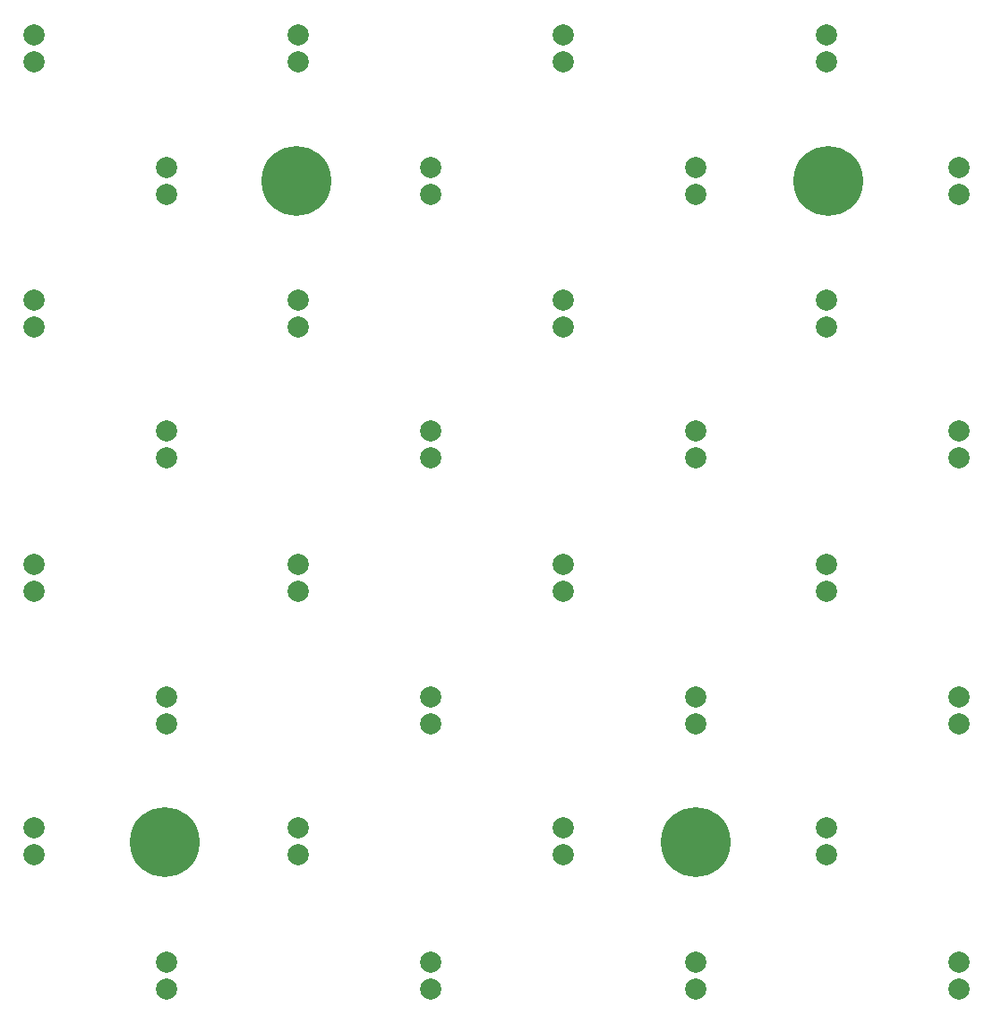
<source format=gbr>
%FSLAX34Y34*%
%MOMM*%
%LNSOLDERMASK_TOP*%
G71*
G01*
%ADD10C,2.000*%
%ADD11C,6.600*%
%ADD12C,0.800*%
%LPD*%
X435372Y571500D02*
G54D10*
D03*
X435372Y546100D02*
G54D10*
D03*
X686196Y571500D02*
G54D10*
D03*
X686196Y546100D02*
G54D10*
D03*
X935434Y571500D02*
G54D10*
D03*
X935434Y546100D02*
G54D10*
D03*
X186134Y571500D02*
G54D10*
D03*
X186134Y546100D02*
G54D10*
D03*
X435372Y320675D02*
G54D10*
D03*
X435372Y295275D02*
G54D10*
D03*
X686196Y320675D02*
G54D10*
D03*
X686196Y295275D02*
G54D10*
D03*
X935434Y320675D02*
G54D10*
D03*
X935434Y295275D02*
G54D10*
D03*
X186134Y320675D02*
G54D10*
D03*
X186134Y295275D02*
G54D10*
D03*
X435372Y69850D02*
G54D10*
D03*
X435372Y44450D02*
G54D10*
D03*
X686196Y69850D02*
G54D10*
D03*
X686196Y44450D02*
G54D10*
D03*
X935434Y69850D02*
G54D10*
D03*
X935434Y44450D02*
G54D10*
D03*
X186134Y69850D02*
G54D10*
D03*
X186134Y44450D02*
G54D10*
D03*
X309959Y196850D02*
G54D10*
D03*
X309959Y171450D02*
G54D10*
D03*
X560784Y196850D02*
G54D10*
D03*
X560784Y171450D02*
G54D10*
D03*
X810022Y196850D02*
G54D10*
D03*
X810022Y171450D02*
G54D10*
D03*
X60722Y196850D02*
G54D10*
D03*
X60722Y171450D02*
G54D10*
D03*
X309959Y446088D02*
G54D10*
D03*
X309959Y420688D02*
G54D10*
D03*
X560784Y446088D02*
G54D10*
D03*
X560784Y420688D02*
G54D10*
D03*
X810022Y446088D02*
G54D10*
D03*
X810022Y420688D02*
G54D10*
D03*
X60722Y446088D02*
G54D10*
D03*
X60722Y420688D02*
G54D10*
D03*
X309959Y695325D02*
G54D10*
D03*
X309959Y669925D02*
G54D10*
D03*
X560784Y695325D02*
G54D10*
D03*
X560784Y669925D02*
G54D10*
D03*
X810022Y695325D02*
G54D10*
D03*
X810022Y669925D02*
G54D10*
D03*
X60722Y695325D02*
G54D10*
D03*
X60722Y669925D02*
G54D10*
D03*
X435372Y820738D02*
G54D10*
D03*
X435372Y795338D02*
G54D10*
D03*
X686196Y820738D02*
G54D10*
D03*
X686196Y795338D02*
G54D10*
D03*
X935434Y820738D02*
G54D10*
D03*
X935434Y795338D02*
G54D10*
D03*
X186134Y820738D02*
G54D10*
D03*
X186134Y795338D02*
G54D10*
D03*
X309959Y946150D02*
G54D10*
D03*
X309959Y920750D02*
G54D10*
D03*
X560784Y946150D02*
G54D10*
D03*
X560784Y920750D02*
G54D10*
D03*
X810022Y946150D02*
G54D10*
D03*
X810022Y920750D02*
G54D10*
D03*
X60722Y946150D02*
G54D10*
D03*
X60722Y920750D02*
G54D10*
D03*
X811117Y808133D02*
G54D11*
D03*
X835117Y808133D02*
G54D12*
D03*
X828088Y791162D02*
G54D12*
D03*
X811117Y784133D02*
G54D12*
D03*
X794146Y791162D02*
G54D12*
D03*
X787117Y808133D02*
G54D12*
D03*
X794146Y825104D02*
G54D12*
D03*
X811117Y832133D02*
G54D12*
D03*
X828088Y825104D02*
G54D12*
D03*
X308558Y808038D02*
G54D11*
D03*
X332558Y808038D02*
G54D12*
D03*
X325529Y791068D02*
G54D12*
D03*
X308558Y784038D02*
G54D12*
D03*
X291588Y791068D02*
G54D12*
D03*
X284558Y808038D02*
G54D12*
D03*
X291588Y825009D02*
G54D12*
D03*
X308558Y832038D02*
G54D12*
D03*
X325529Y825009D02*
G54D12*
D03*
X686612Y183149D02*
G54D11*
D03*
X710612Y183149D02*
G54D12*
D03*
X703583Y166179D02*
G54D12*
D03*
X686612Y159149D02*
G54D12*
D03*
X669642Y166179D02*
G54D12*
D03*
X662612Y183149D02*
G54D12*
D03*
X669642Y200120D02*
G54D12*
D03*
X686612Y207150D02*
G54D12*
D03*
X703583Y200120D02*
G54D12*
D03*
X184054Y183054D02*
G54D11*
D03*
X208054Y183054D02*
G54D12*
D03*
X201025Y166084D02*
G54D12*
D03*
X184054Y159054D02*
G54D12*
D03*
X167084Y166084D02*
G54D12*
D03*
X160054Y183054D02*
G54D12*
D03*
X167084Y200025D02*
G54D12*
D03*
X184054Y207054D02*
G54D12*
D03*
X201025Y200025D02*
G54D12*
D03*
M02*

</source>
